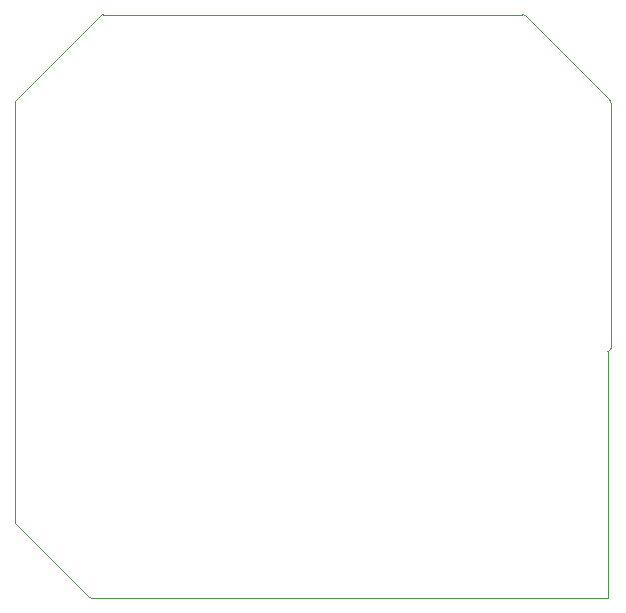
<source format=gbr>
G04 #@! TF.GenerationSoftware,KiCad,Pcbnew,(5.1.9)-1*
G04 #@! TF.CreationDate,2021-10-30T20:33:53-06:00*
G04 #@! TF.ProjectId,ralt_controller,72616c74-5f63-46f6-9e74-726f6c6c6572,1*
G04 #@! TF.SameCoordinates,Original*
G04 #@! TF.FileFunction,Profile,NP*
%FSLAX46Y46*%
G04 Gerber Fmt 4.6, Leading zero omitted, Abs format (unit mm)*
G04 Created by KiCad (PCBNEW (5.1.9)-1) date 2021-10-30 20:33:53*
%MOMM*%
%LPD*%
G01*
G04 APERTURE LIST*
G04 #@! TA.AperFunction,Profile*
%ADD10C,0.050000*%
G04 #@! TD*
G04 APERTURE END LIST*
D10*
X68996355Y-47587007D02*
G75*
G02*
X69187273Y-47666089I-1J-270000D01*
G01*
X76374159Y-54852975D02*
G75*
G02*
X76453240Y-55043894I-190919J-190919D01*
G01*
X32489211Y-96996607D02*
G75*
G02*
X32298293Y-96917525I1J270000D01*
G01*
X26127407Y-90746639D02*
G75*
G02*
X26048326Y-90555720I190919J190919D01*
G01*
X26048326Y-55043894D02*
G75*
G02*
X26127407Y-54852975I270000J0D01*
G01*
X33314293Y-47666088D02*
G75*
G02*
X33505212Y-47587007I190919J-190919D01*
G01*
X76453239Y-75848151D02*
G75*
G02*
X76199240Y-76117676I-269999J0D01*
G01*
X32489212Y-96996607D02*
X76199240Y-96996607D01*
X76199240Y-96996607D02*
X76199240Y-76117676D01*
X33314293Y-47666089D02*
X26127407Y-54852975D01*
X26127407Y-90746639D02*
X32298293Y-96917525D01*
X26048326Y-55043894D02*
X26048326Y-90555720D01*
X68996354Y-47587007D02*
X33505212Y-47587007D01*
X76453240Y-75848151D02*
X76453240Y-55043894D01*
X76374159Y-54852975D02*
X69187273Y-47666089D01*
M02*

</source>
